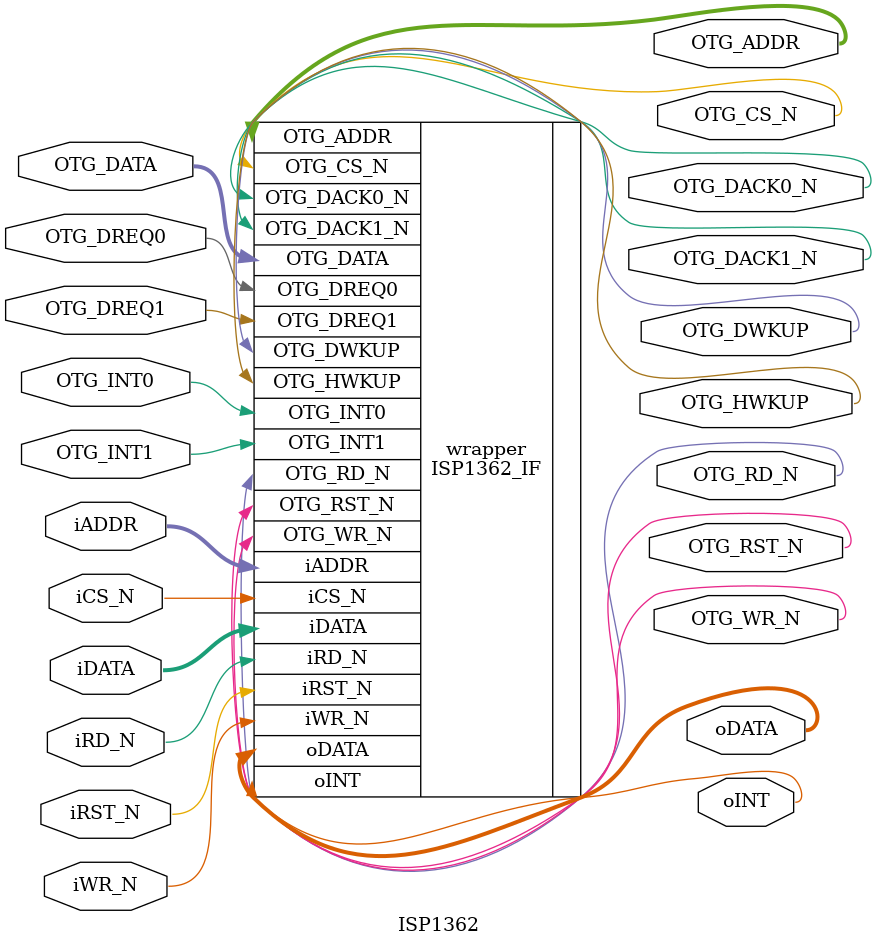
<source format=v>

`timescale 1ns / 100ps
// synthesis translate_on
module ISP1362 (
                 // inputs:
                  OTG_DREQ0,
                  OTG_DREQ1,
                  OTG_INT0,
                  OTG_INT1,
                  iADDR,
                  iCS_N,
                  iDATA,
                  iRD_N,
                  iRST_N,
                  iWR_N,

                 // outputs:
                  OTG_ADDR,
                  OTG_CS_N,
                  OTG_DACK0_N,
                  OTG_DACK1_N,
                  OTG_DATA,
                  OTG_DWKUP,
                  OTG_HWKUP,
                  OTG_RD_N,
                  OTG_RST_N,
                  OTG_WR_N,
                  oDATA,
                  oINT
               );

  output  [  1: 0] OTG_ADDR;
  output           OTG_CS_N;
  output           OTG_DACK0_N;
  output           OTG_DACK1_N;
  inout   [ 15: 0] OTG_DATA;
  output           OTG_DWKUP;
  output           OTG_HWKUP;
  output           OTG_RD_N;
  output           OTG_RST_N;
  output           OTG_WR_N;
  output  [ 15: 0] oDATA;
  output           oINT;
  input            OTG_DREQ0;
  input            OTG_DREQ1;
  input            OTG_INT0;
  input            OTG_INT1;
  input   [  1: 0] iADDR;
  input            iCS_N;
  input   [ 15: 0] iDATA;
  input            iRD_N;
  input            iRST_N;
  input            iWR_N;

  wire    [  1: 0] OTG_ADDR;
  wire             OTG_CS_N;
  wire             OTG_DACK0_N;
  wire             OTG_DACK1_N;
  wire    [ 15: 0] OTG_DATA;
  wire             OTG_DWKUP;
  wire             OTG_HWKUP;
  wire             OTG_RD_N;
  wire             OTG_RST_N;
  wire             OTG_WR_N;
  wire    [ 15: 0] oDATA;
  wire             oINT;
  //wrapper, which is an e_instance
  ISP1362_IF wrapper
    (
      .OTG_ADDR    (OTG_ADDR),
      .OTG_CS_N    (OTG_CS_N),
      .OTG_DACK0_N (OTG_DACK0_N),
      .OTG_DACK1_N (OTG_DACK1_N),
      .OTG_DATA    (OTG_DATA),
      .OTG_DREQ0   (OTG_DREQ0),
      .OTG_DREQ1   (OTG_DREQ1),
      .OTG_DWKUP   (OTG_DWKUP),
      .OTG_HWKUP   (OTG_HWKUP),
      .OTG_INT0    (OTG_INT0),
      .OTG_INT1    (OTG_INT1),
      .OTG_RD_N    (OTG_RD_N),
      .OTG_RST_N   (OTG_RST_N),
      .OTG_WR_N    (OTG_WR_N),
      .iADDR       (iADDR),
      .iCS_N       (iCS_N),
      .iDATA       (iDATA),
      .iRD_N       (iRD_N),
      .iRST_N      (iRST_N),
      .iWR_N       (iWR_N),
      .oDATA       (oDATA),
      .oINT        (oINT)
    );



endmodule


</source>
